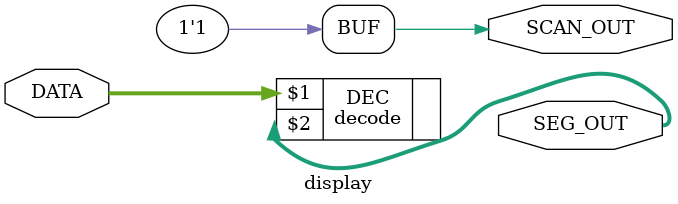
<source format=v>
`timescale 1ns / 1ps


module display(DATA, SCAN_OUT, SEG_OUT);
    input [3:0] DATA;           // number that will be displayed       
    output SCAN_OUT;            // used to setup the position to display
    output [7:0] SEG_OUT;       // used to determine which digit to display
    
    decode DEC(DATA, SEG_OUT);
    assign SCAN_OUT = 1;
endmodule

</source>
